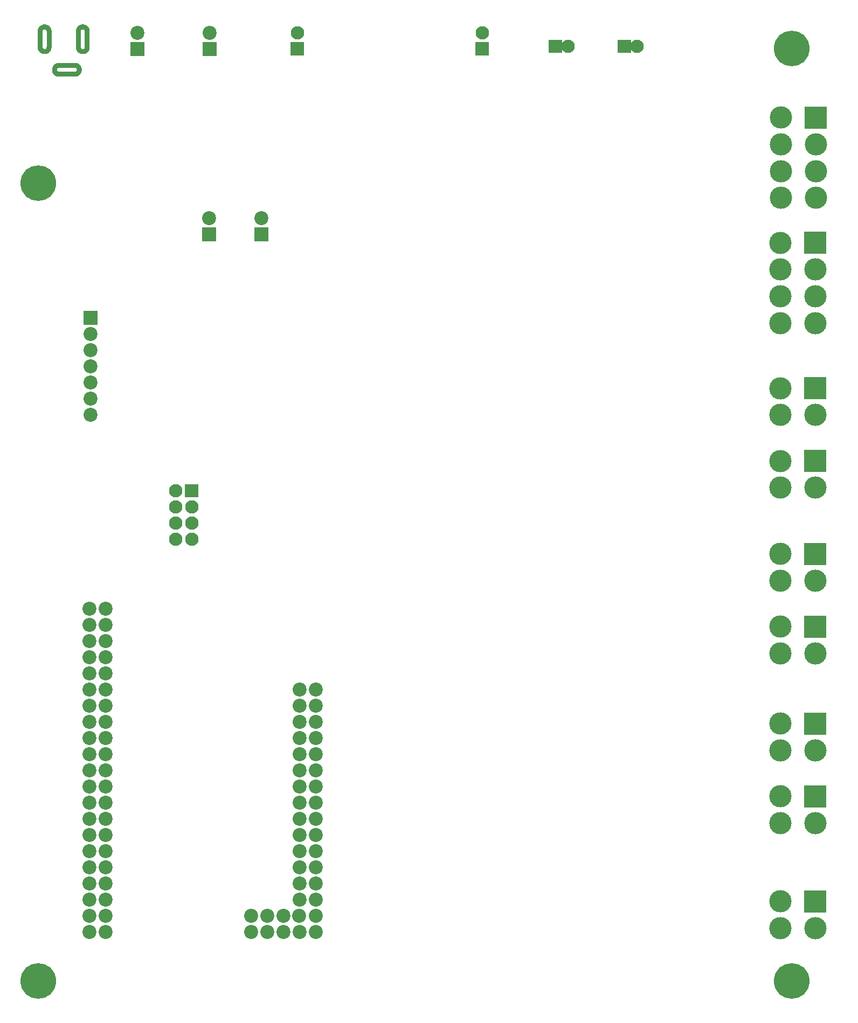
<source format=gbr>
%FSLAX34Y34*%
%MOMM*%
%LNSOLDERMASK_BOTTOM*%
G71*
G01*
%ADD10C, 2.20*%
%ADD11C, 2.20*%
%ADD12C, 2.10*%
%ADD13C, 2.10*%
%ADD14C, 2.20*%
%ADD15C, 2.10*%
%ADD16C, 3.50*%
%ADD17C, 0.80*%
%ADD18C, 5.60*%
%LPD*%
X171450Y-1471006D02*
G54D10*
D03*
G36*
X323962Y-71738D02*
X345962Y-71738D01*
X345962Y-93738D01*
X323962Y-93738D01*
X323962Y-71738D01*
G37*
X334962Y-57338D02*
G54D11*
D03*
X221456Y-57338D02*
G54D11*
D03*
G36*
X210456Y-71738D02*
X232456Y-71738D01*
X232456Y-93738D01*
X210456Y-93738D01*
X210456Y-71738D01*
G37*
G36*
X405718Y-363044D02*
X427718Y-363044D01*
X427718Y-385044D01*
X405718Y-385044D01*
X405718Y-363044D01*
G37*
X416718Y-348644D02*
G54D11*
D03*
X334168Y-348644D02*
G54D11*
D03*
G36*
X323168Y-363044D02*
X345168Y-363044D01*
X345168Y-385044D01*
X323168Y-385044D01*
X323168Y-363044D01*
G37*
G36*
X462575Y-72238D02*
X483575Y-72238D01*
X483575Y-93238D01*
X462575Y-93238D01*
X462575Y-72238D01*
G37*
X473075Y-57338D02*
G54D12*
D03*
G36*
X753087Y-72238D02*
X774087Y-72238D01*
X774087Y-93238D01*
X753087Y-93238D01*
X753087Y-72238D01*
G37*
X763587Y-57338D02*
G54D13*
D03*
X146050Y-963006D02*
G54D14*
D03*
X146050Y-988406D02*
G54D14*
D03*
X146050Y-1013806D02*
G54D14*
D03*
X146050Y-1039206D02*
G54D14*
D03*
X146050Y-1064606D02*
G54D14*
D03*
X146050Y-1090006D02*
G54D14*
D03*
X146050Y-1115406D02*
G54D14*
D03*
X146050Y-1140806D02*
G54D14*
D03*
X146050Y-1166206D02*
G54D14*
D03*
X146050Y-1191606D02*
G54D14*
D03*
X146050Y-1217006D02*
G54D14*
D03*
X146050Y-1242406D02*
G54D14*
D03*
X146050Y-1267806D02*
G54D14*
D03*
X146050Y-1293206D02*
G54D14*
D03*
X146050Y-1318606D02*
G54D14*
D03*
X146050Y-1344006D02*
G54D14*
D03*
X146050Y-1369406D02*
G54D14*
D03*
X146050Y-1394806D02*
G54D14*
D03*
X146050Y-1420206D02*
G54D14*
D03*
X146050Y-1445606D02*
G54D14*
D03*
X146050Y-1471006D02*
G54D14*
D03*
X171450Y-1445606D02*
G54D10*
D03*
X171450Y-1420206D02*
G54D10*
D03*
X171450Y-1394806D02*
G54D10*
D03*
X171450Y-1369406D02*
G54D10*
D03*
X171450Y-1344006D02*
G54D10*
D03*
X171450Y-1318606D02*
G54D10*
D03*
X171450Y-1293206D02*
G54D10*
D03*
X171450Y-1267806D02*
G54D10*
D03*
X171450Y-1242406D02*
G54D10*
D03*
X171450Y-1217006D02*
G54D10*
D03*
X171450Y-1191606D02*
G54D10*
D03*
X171450Y-1166206D02*
G54D10*
D03*
X171450Y-1140806D02*
G54D10*
D03*
X171450Y-1115406D02*
G54D10*
D03*
X171450Y-1090006D02*
G54D10*
D03*
X171450Y-1064606D02*
G54D10*
D03*
X171450Y-1039206D02*
G54D10*
D03*
X171450Y-1013806D02*
G54D10*
D03*
X171450Y-988406D02*
G54D10*
D03*
X171450Y-963006D02*
G54D10*
D03*
X476250Y-1090006D02*
G54D14*
D03*
X476250Y-1115406D02*
G54D14*
D03*
X476250Y-1140806D02*
G54D14*
D03*
X476250Y-1166206D02*
G54D14*
D03*
X476250Y-1191606D02*
G54D14*
D03*
X476250Y-1217006D02*
G54D14*
D03*
X476250Y-1242406D02*
G54D14*
D03*
X476250Y-1267806D02*
G54D14*
D03*
X476250Y-1293206D02*
G54D14*
D03*
X476250Y-1318606D02*
G54D14*
D03*
X476250Y-1344006D02*
G54D14*
D03*
X476250Y-1369406D02*
G54D14*
D03*
X476250Y-1394806D02*
G54D14*
D03*
X476250Y-1420206D02*
G54D14*
D03*
X475456Y-1445606D02*
G54D14*
D03*
X476250Y-1471006D02*
G54D14*
D03*
X501650Y-1471006D02*
G54D14*
D03*
X501650Y-1445606D02*
G54D14*
D03*
X501650Y-1420206D02*
G54D14*
D03*
X501650Y-1394806D02*
G54D14*
D03*
X501650Y-1369406D02*
G54D14*
D03*
X501650Y-1344006D02*
G54D14*
D03*
X501650Y-1318606D02*
G54D14*
D03*
X501650Y-1293206D02*
G54D14*
D03*
X501650Y-1267806D02*
G54D14*
D03*
X501650Y-1242406D02*
G54D14*
D03*
X501650Y-1217006D02*
G54D14*
D03*
X501650Y-1191606D02*
G54D14*
D03*
X501650Y-1166206D02*
G54D14*
D03*
X501650Y-1140806D02*
G54D14*
D03*
X501650Y-1115406D02*
G54D14*
D03*
X501650Y-1090006D02*
G54D14*
D03*
X400050Y-1471006D02*
G54D14*
D03*
X425450Y-1471006D02*
G54D14*
D03*
X450850Y-1471006D02*
G54D14*
D03*
X450850Y-1445606D02*
G54D14*
D03*
X425450Y-1445606D02*
G54D14*
D03*
X400050Y-1445606D02*
G54D14*
D03*
G36*
X296681Y-766769D02*
X317681Y-766769D01*
X317681Y-787769D01*
X296681Y-787769D01*
X296681Y-766769D01*
G37*
X307181Y-802669D02*
G54D15*
D03*
X307181Y-828069D02*
G54D15*
D03*
X307181Y-853469D02*
G54D15*
D03*
X281781Y-777269D02*
G54D15*
D03*
X281781Y-802669D02*
G54D15*
D03*
X281781Y-828069D02*
G54D15*
D03*
X281781Y-853469D02*
G54D15*
D03*
G36*
X1269962Y-173188D02*
X1304962Y-173188D01*
X1304962Y-208188D01*
X1269962Y-208188D01*
X1269962Y-173188D01*
G37*
X1287462Y-232756D02*
G54D16*
D03*
X1287462Y-274825D02*
G54D16*
D03*
X1287462Y-316894D02*
G54D16*
D03*
X1232694Y-190688D02*
G54D16*
D03*
X1232694Y-232756D02*
G54D16*
D03*
X1232694Y-274825D02*
G54D16*
D03*
X1232694Y-316894D02*
G54D16*
D03*
G36*
X1269168Y-370038D02*
X1304168Y-370038D01*
X1304168Y-405038D01*
X1269168Y-405038D01*
X1269168Y-370038D01*
G37*
X1286668Y-429606D02*
G54D16*
D03*
X1286668Y-471675D02*
G54D16*
D03*
X1286668Y-513744D02*
G54D16*
D03*
X1231900Y-387538D02*
G54D16*
D03*
X1231900Y-429606D02*
G54D16*
D03*
X1231900Y-471675D02*
G54D16*
D03*
X1231900Y-513744D02*
G54D16*
D03*
G36*
X976131Y-68269D02*
X997131Y-68269D01*
X997131Y-89269D01*
X976131Y-89269D01*
X976131Y-68269D01*
G37*
X1006475Y-78769D02*
G54D12*
D03*
G36*
X868181Y-68269D02*
X889181Y-68269D01*
X889181Y-89269D01*
X868181Y-89269D01*
X868181Y-68269D01*
G37*
X898525Y-78769D02*
G54D12*
D03*
G36*
X1269168Y-598638D02*
X1304168Y-598638D01*
X1304168Y-633638D01*
X1269168Y-633638D01*
X1269168Y-598638D01*
G37*
X1286668Y-658206D02*
G54D16*
D03*
X1231900Y-616138D02*
G54D16*
D03*
X1231900Y-658206D02*
G54D16*
D03*
G36*
X1269168Y-712938D02*
X1304168Y-712938D01*
X1304168Y-747938D01*
X1269168Y-747938D01*
X1269168Y-712938D01*
G37*
X1286668Y-772506D02*
G54D16*
D03*
X1231900Y-730438D02*
G54D16*
D03*
X1231900Y-772506D02*
G54D16*
D03*
G36*
X1269168Y-858988D02*
X1304168Y-858988D01*
X1304168Y-893988D01*
X1269168Y-893988D01*
X1269168Y-858988D01*
G37*
X1286668Y-918556D02*
G54D16*
D03*
X1231900Y-876488D02*
G54D16*
D03*
X1231900Y-918556D02*
G54D16*
D03*
G36*
X1269168Y-973288D02*
X1304168Y-973288D01*
X1304168Y-1008288D01*
X1269168Y-1008288D01*
X1269168Y-973288D01*
G37*
X1286668Y-1032856D02*
G54D16*
D03*
X1231900Y-990788D02*
G54D16*
D03*
X1231900Y-1032856D02*
G54D16*
D03*
G36*
X1269168Y-1405088D02*
X1304168Y-1405088D01*
X1304168Y-1440088D01*
X1269168Y-1440088D01*
X1269168Y-1405088D01*
G37*
X1286668Y-1464656D02*
G54D16*
D03*
X1231900Y-1422588D02*
G54D16*
D03*
X1231900Y-1464656D02*
G54D16*
D03*
G36*
X1269168Y-1125688D02*
X1304168Y-1125688D01*
X1304168Y-1160688D01*
X1269168Y-1160688D01*
X1269168Y-1125688D01*
G37*
X1286668Y-1185256D02*
G54D16*
D03*
X1231900Y-1143188D02*
G54D16*
D03*
X1231900Y-1185256D02*
G54D16*
D03*
G36*
X1269168Y-1239988D02*
X1304168Y-1239988D01*
X1304168Y-1274988D01*
X1269168Y-1274988D01*
X1269168Y-1239988D01*
G37*
X1286668Y-1299556D02*
G54D16*
D03*
X1231900Y-1257488D02*
G54D16*
D03*
X1231900Y-1299556D02*
G54D16*
D03*
G36*
X159034Y-516806D02*
X137034Y-516806D01*
X137034Y-494806D01*
X159034Y-494806D01*
X159034Y-516806D01*
G37*
X148034Y-531206D02*
G54D11*
D03*
X148034Y-556606D02*
G54D11*
D03*
X148034Y-582006D02*
G54D11*
D03*
X148034Y-607406D02*
G54D11*
D03*
X148034Y-632806D02*
G54D11*
D03*
X148034Y-658206D02*
G54D11*
D03*
G54D17*
X73606Y-86419D02*
X75676Y-86699D01*
X74946Y-86669D01*
X74156Y-86559D01*
X73136Y-86269D01*
X72566Y-86059D01*
X72066Y-85789D01*
X71506Y-85439D01*
X70766Y-84849D01*
X70120Y-84160D01*
X69546Y-83369D01*
X69236Y-82829D01*
X68866Y-81909D01*
X68676Y-81209D01*
X68556Y-80409D01*
X68516Y-79769D01*
X68526Y-57559D01*
X68546Y-54099D01*
X68646Y-53389D01*
X68656Y-53439D01*
X68826Y-52699D01*
X69116Y-51899D01*
X69556Y-51049D01*
X70286Y-50049D01*
X71086Y-49289D01*
X71776Y-48779D01*
X72436Y-48419D01*
X72996Y-48179D01*
X73756Y-47939D01*
X74196Y-47839D01*
X74686Y-47759D01*
X75526Y-47699D01*
X76266Y-47739D01*
G54D17*
X77475Y-86429D02*
X75405Y-86709D01*
X76135Y-86679D01*
X76925Y-86569D01*
X77945Y-86279D01*
X78515Y-86069D01*
X79015Y-85799D01*
X79575Y-85449D01*
X80315Y-84859D01*
X80960Y-84170D01*
X81535Y-83379D01*
X81845Y-82839D01*
X82215Y-81919D01*
X82405Y-81219D01*
X82525Y-80419D01*
X82565Y-79779D01*
X82555Y-57569D01*
X82535Y-54109D01*
X82435Y-53399D01*
X82425Y-53449D01*
X82255Y-52709D01*
X81965Y-51909D01*
X81525Y-51059D01*
X80795Y-50059D01*
X79995Y-49299D01*
X79305Y-48789D01*
X78645Y-48429D01*
X78085Y-48189D01*
X77325Y-47949D01*
X76885Y-47849D01*
X76395Y-47769D01*
X75555Y-47709D01*
X74815Y-47749D01*
G54D17*
X133606Y-86419D02*
X135676Y-86699D01*
X134946Y-86669D01*
X134156Y-86559D01*
X133136Y-86269D01*
X132566Y-86059D01*
X132066Y-85789D01*
X131506Y-85439D01*
X130766Y-84849D01*
X130120Y-84160D01*
X129546Y-83369D01*
X129236Y-82829D01*
X128866Y-81909D01*
X128676Y-81209D01*
X128556Y-80409D01*
X128516Y-79769D01*
X128526Y-57559D01*
X128546Y-54099D01*
X128646Y-53389D01*
X128656Y-53439D01*
X128826Y-52699D01*
X129116Y-51899D01*
X129556Y-51049D01*
X130286Y-50049D01*
X131086Y-49289D01*
X131776Y-48779D01*
X132436Y-48419D01*
X132996Y-48179D01*
X133756Y-47939D01*
X134196Y-47839D01*
X134686Y-47759D01*
X135526Y-47699D01*
X136266Y-47739D01*
G54D17*
X137475Y-86429D02*
X135405Y-86709D01*
X136135Y-86679D01*
X136925Y-86569D01*
X137945Y-86279D01*
X138515Y-86069D01*
X139015Y-85799D01*
X139575Y-85449D01*
X140315Y-84859D01*
X140960Y-84170D01*
X141535Y-83379D01*
X141845Y-82839D01*
X142215Y-81919D01*
X142405Y-81219D01*
X142525Y-80419D01*
X142565Y-79779D01*
X142555Y-57569D01*
X142535Y-54109D01*
X142435Y-53399D01*
X142425Y-53449D01*
X142255Y-52709D01*
X141965Y-51909D01*
X141525Y-51059D01*
X140795Y-50059D01*
X139995Y-49299D01*
X139305Y-48789D01*
X138645Y-48429D01*
X138085Y-48189D01*
X137325Y-47949D01*
X136885Y-47849D01*
X136395Y-47769D01*
X135555Y-47709D01*
X134815Y-47749D01*
G54D17*
X91328Y-113236D02*
X91048Y-115306D01*
X91078Y-114576D01*
X91188Y-113786D01*
X91478Y-112766D01*
X91688Y-112196D01*
X91958Y-111696D01*
X92308Y-111136D01*
X92898Y-110396D01*
X93588Y-109750D01*
X94378Y-109176D01*
X94918Y-108866D01*
X95838Y-108496D01*
X96538Y-108306D01*
X97338Y-108186D01*
X97978Y-108146D01*
X120188Y-108156D01*
X123648Y-108176D01*
X124358Y-108276D01*
X124308Y-108286D01*
X125048Y-108456D01*
X125848Y-108746D01*
X126698Y-109186D01*
X127698Y-109916D01*
X128458Y-110716D01*
X128968Y-111406D01*
X129328Y-112066D01*
X129568Y-112626D01*
X129808Y-113386D01*
X129908Y-113826D01*
X129988Y-114316D01*
X130048Y-115156D01*
X130008Y-115896D01*
G54D17*
X91318Y-117105D02*
X91038Y-115035D01*
X91068Y-115765D01*
X91178Y-116555D01*
X91468Y-117575D01*
X91678Y-118145D01*
X91948Y-118645D01*
X92298Y-119205D01*
X92888Y-119945D01*
X93578Y-120591D01*
X94368Y-121165D01*
X94908Y-121475D01*
X95828Y-121845D01*
X96528Y-122035D01*
X97328Y-122155D01*
X97968Y-122195D01*
X120178Y-122185D01*
X123638Y-122165D01*
X124348Y-122065D01*
X124298Y-122055D01*
X125038Y-121885D01*
X125838Y-121595D01*
X126688Y-121155D01*
X127688Y-120425D01*
X128448Y-119625D01*
X128958Y-118935D01*
X129318Y-118275D01*
X129558Y-117715D01*
X129798Y-116955D01*
X129898Y-116515D01*
X129978Y-116025D01*
X130038Y-115185D01*
X129998Y-114445D01*
X66006Y-293419D02*
G54D18*
D03*
X66006Y-1547419D02*
G54D18*
D03*
X1250006Y-1547419D02*
G54D18*
D03*
X1250006Y-82419D02*
G54D18*
D03*
M02*

</source>
